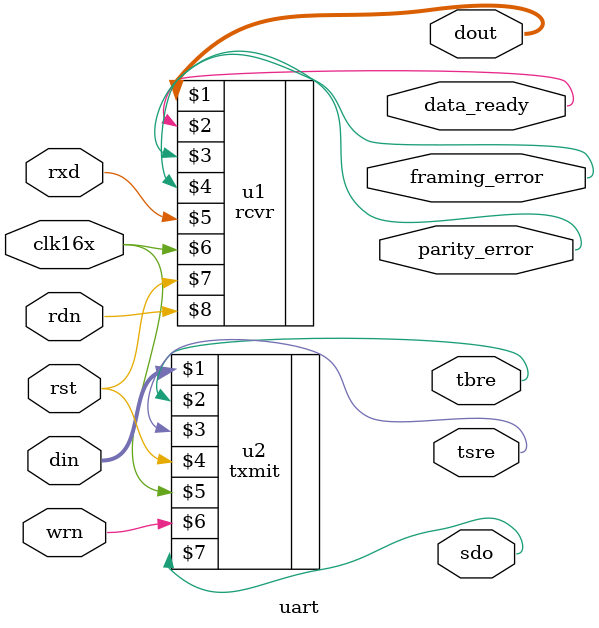
<source format=v>
/******************************************************************************
*
*    File Name:  uart.v
*      Version:  1.1
*         Date:  January 22, 2000
*        Model:  Uart Chip
* Dependencies:  txmit.v, rcvr.v
**
******************************************************************************/

`timescale 1ns / 100ps

module uart (dout,data_ready,framing_error,parity_error,rxd,clk16x,rst,rdn,din,tbre,tsre,wrn,sdo);

output tbre ;
output tsre ;
output sdo ;
input [7:0] din ;
input rst ;
input clk16x ;
input wrn ;
input rxd ;
input rdn ;
output [7:0] dout ;
output data_ready ;
output framing_error ;
output parity_error ;

rcvr u1 (dout,data_ready,framing_error,parity_error,rxd,clk16x,rst,rdn) ;

txmit u2 (din,tbre,tsre,rst,clk16x,wrn,sdo) ;

endmodule

</source>
